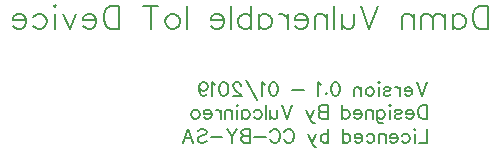
<source format=gbo>
G04 ---------------------------- Layer name :BOTTOM SILK LAYER*
G04 EasyEDA v5.8.22, Sun, 20 Jan 2019 09:53:09 GMT*
G04 867d7e44f41141d591986c9d2056cd44*
G04 Gerber Generator version 0.2*
G04 Scale: 100 percent, Rotated: No, Reflected: No *
G04 Dimensions in millimeters *
G04 leading zeros omitted , absolute positions ,3 integer and 3 decimal *
%FSLAX33Y33*%
%MOMM*%
G90*
G71D02*

%ADD23C,0.203200*%

%LPD*%
G54D23*
G01X36548Y42669D02*
G01X36111Y41524D01*
G01X35675Y42669D02*
G01X36111Y41524D01*
G01X35315Y41960D02*
G01X34660Y41960D01*
G01X34660Y42069D01*
G01X34715Y42178D01*
G01X34770Y42233D01*
G01X34879Y42287D01*
G01X35042Y42287D01*
G01X35151Y42233D01*
G01X35260Y42124D01*
G01X35315Y41960D01*
G01X35315Y41851D01*
G01X35260Y41687D01*
G01X35151Y41578D01*
G01X35042Y41524D01*
G01X34879Y41524D01*
G01X34770Y41578D01*
G01X34660Y41687D01*
G01X34300Y42287D02*
G01X34300Y41524D01*
G01X34300Y41960D02*
G01X34246Y42124D01*
G01X34137Y42233D01*
G01X34028Y42287D01*
G01X33864Y42287D01*
G01X32904Y42124D02*
G01X32959Y42233D01*
G01X33122Y42287D01*
G01X33286Y42287D01*
G01X33450Y42233D01*
G01X33504Y42124D01*
G01X33450Y42015D01*
G01X33341Y41960D01*
G01X33068Y41906D01*
G01X32959Y41851D01*
G01X32904Y41742D01*
G01X32904Y41687D01*
G01X32959Y41578D01*
G01X33122Y41524D01*
G01X33286Y41524D01*
G01X33450Y41578D01*
G01X33504Y41687D01*
G01X32544Y42669D02*
G01X32490Y42615D01*
G01X32435Y42669D01*
G01X32490Y42724D01*
G01X32544Y42669D01*
G01X32490Y42287D02*
G01X32490Y41524D01*
G01X31802Y42287D02*
G01X31911Y42233D01*
G01X32021Y42124D01*
G01X32075Y41960D01*
G01X32075Y41851D01*
G01X32021Y41687D01*
G01X31911Y41578D01*
G01X31802Y41524D01*
G01X31639Y41524D01*
G01X31530Y41578D01*
G01X31421Y41687D01*
G01X31366Y41851D01*
G01X31366Y41960D01*
G01X31421Y42124D01*
G01X31530Y42233D01*
G01X31639Y42287D01*
G01X31802Y42287D01*
G01X31006Y42287D02*
G01X31006Y41524D01*
G01X31006Y42069D02*
G01X30842Y42233D01*
G01X30733Y42287D01*
G01X30570Y42287D01*
G01X30461Y42233D01*
G01X30406Y42069D01*
G01X30406Y41524D01*
G01X28879Y42669D02*
G01X29042Y42615D01*
G01X29151Y42451D01*
G01X29206Y42178D01*
G01X29206Y42015D01*
G01X29151Y41742D01*
G01X29042Y41578D01*
G01X28879Y41524D01*
G01X28770Y41524D01*
G01X28606Y41578D01*
G01X28497Y41742D01*
G01X28442Y42015D01*
G01X28442Y42178D01*
G01X28497Y42451D01*
G01X28606Y42615D01*
G01X28770Y42669D01*
G01X28879Y42669D01*
G01X28028Y41796D02*
G01X28082Y41742D01*
G01X28028Y41687D01*
G01X27973Y41742D01*
G01X28028Y41796D01*
G01X27613Y42451D02*
G01X27504Y42506D01*
G01X27341Y42669D01*
G01X27341Y41524D01*
G01X26141Y42015D02*
G01X25159Y42015D01*
G01X23631Y42669D02*
G01X23795Y42615D01*
G01X23904Y42451D01*
G01X23959Y42178D01*
G01X23959Y42015D01*
G01X23904Y41742D01*
G01X23795Y41578D01*
G01X23631Y41524D01*
G01X23522Y41524D01*
G01X23359Y41578D01*
G01X23250Y41742D01*
G01X23195Y42015D01*
G01X23195Y42178D01*
G01X23250Y42451D01*
G01X23359Y42615D01*
G01X23522Y42669D01*
G01X23631Y42669D01*
G01X22835Y42451D02*
G01X22726Y42506D01*
G01X22562Y42669D01*
G01X22562Y41524D01*
G01X21221Y42887D02*
G01X22202Y41142D01*
G01X20806Y42396D02*
G01X20806Y42451D01*
G01X20751Y42560D01*
G01X20697Y42615D01*
G01X20588Y42669D01*
G01X20370Y42669D01*
G01X20261Y42615D01*
G01X20206Y42560D01*
G01X20151Y42451D01*
G01X20151Y42342D01*
G01X20206Y42233D01*
G01X20315Y42069D01*
G01X20861Y41524D01*
G01X20097Y41524D01*
G01X19410Y42669D02*
G01X19573Y42615D01*
G01X19682Y42451D01*
G01X19737Y42178D01*
G01X19737Y42015D01*
G01X19682Y41742D01*
G01X19573Y41578D01*
G01X19410Y41524D01*
G01X19301Y41524D01*
G01X19137Y41578D01*
G01X19028Y41742D01*
G01X18973Y42015D01*
G01X18973Y42178D01*
G01X19028Y42451D01*
G01X19137Y42615D01*
G01X19301Y42669D01*
G01X19410Y42669D01*
G01X18613Y42451D02*
G01X18504Y42506D01*
G01X18341Y42669D01*
G01X18341Y41524D01*
G01X17271Y42287D02*
G01X17326Y42124D01*
G01X17435Y42015D01*
G01X17599Y41960D01*
G01X17653Y41960D01*
G01X17817Y42015D01*
G01X17926Y42124D01*
G01X17981Y42287D01*
G01X17981Y42342D01*
G01X17926Y42506D01*
G01X17817Y42615D01*
G01X17653Y42669D01*
G01X17599Y42669D01*
G01X17435Y42615D01*
G01X17326Y42506D01*
G01X17271Y42287D01*
G01X17271Y42015D01*
G01X17326Y41742D01*
G01X17435Y41578D01*
G01X17599Y41524D01*
G01X17708Y41524D01*
G01X17871Y41578D01*
G01X17926Y41687D01*
G01X41739Y49145D02*
G01X41739Y47205D01*
G01X41739Y49145D02*
G01X41092Y49145D01*
G01X40815Y49053D01*
G01X40630Y48868D01*
G01X40538Y48683D01*
G01X40446Y48406D01*
G01X40446Y47944D01*
G01X40538Y47667D01*
G01X40630Y47482D01*
G01X40815Y47298D01*
G01X41092Y47205D01*
G01X41739Y47205D01*
G01X38728Y48498D02*
G01X38728Y47205D01*
G01X38728Y48221D02*
G01X38912Y48406D01*
G01X39097Y48498D01*
G01X39374Y48498D01*
G01X39559Y48406D01*
G01X39744Y48221D01*
G01X39836Y47944D01*
G01X39836Y47760D01*
G01X39744Y47482D01*
G01X39559Y47298D01*
G01X39374Y47205D01*
G01X39097Y47205D01*
G01X38912Y47298D01*
G01X38728Y47482D01*
G01X38118Y48498D02*
G01X38118Y47205D01*
G01X38118Y48129D02*
G01X37841Y48406D01*
G01X37656Y48498D01*
G01X37379Y48498D01*
G01X37194Y48406D01*
G01X37102Y48129D01*
G01X37102Y47205D01*
G01X37102Y48129D02*
G01X36825Y48406D01*
G01X36640Y48498D01*
G01X36363Y48498D01*
G01X36178Y48406D01*
G01X36086Y48129D01*
G01X36086Y47205D01*
G01X35476Y48498D02*
G01X35476Y47205D01*
G01X35476Y48129D02*
G01X35199Y48406D01*
G01X35015Y48498D01*
G01X34737Y48498D01*
G01X34553Y48406D01*
G01X34460Y48129D01*
G01X34460Y47205D01*
G01X32428Y49145D02*
G01X31689Y47205D01*
G01X30951Y49145D02*
G01X31689Y47205D01*
G01X30341Y48498D02*
G01X30341Y47575D01*
G01X30249Y47298D01*
G01X30064Y47205D01*
G01X29787Y47205D01*
G01X29602Y47298D01*
G01X29325Y47575D01*
G01X29325Y48498D02*
G01X29325Y47205D01*
G01X28715Y49145D02*
G01X28715Y47205D01*
G01X28106Y48498D02*
G01X28106Y47205D01*
G01X28106Y48129D02*
G01X27829Y48406D01*
G01X27644Y48498D01*
G01X27367Y48498D01*
G01X27182Y48406D01*
G01X27090Y48129D01*
G01X27090Y47205D01*
G01X26480Y47944D02*
G01X25372Y47944D01*
G01X25372Y48129D01*
G01X25464Y48314D01*
G01X25557Y48406D01*
G01X25741Y48498D01*
G01X26018Y48498D01*
G01X26203Y48406D01*
G01X26388Y48221D01*
G01X26480Y47944D01*
G01X26480Y47760D01*
G01X26388Y47482D01*
G01X26203Y47298D01*
G01X26018Y47205D01*
G01X25741Y47205D01*
G01X25557Y47298D01*
G01X25372Y47482D01*
G01X24762Y48498D02*
G01X24762Y47205D01*
G01X24762Y47944D02*
G01X24670Y48221D01*
G01X24485Y48406D01*
G01X24300Y48498D01*
G01X24023Y48498D01*
G01X22305Y48498D02*
G01X22305Y47205D01*
G01X22305Y48221D02*
G01X22490Y48406D01*
G01X22675Y48498D01*
G01X22952Y48498D01*
G01X23137Y48406D01*
G01X23321Y48221D01*
G01X23414Y47944D01*
G01X23414Y47760D01*
G01X23321Y47482D01*
G01X23137Y47298D01*
G01X22952Y47205D01*
G01X22675Y47205D01*
G01X22490Y47298D01*
G01X22305Y47482D01*
G01X21696Y49145D02*
G01X21696Y47205D01*
G01X21696Y48221D02*
G01X21511Y48406D01*
G01X21326Y48498D01*
G01X21049Y48498D01*
G01X20864Y48406D01*
G01X20680Y48221D01*
G01X20587Y47944D01*
G01X20587Y47760D01*
G01X20680Y47482D01*
G01X20864Y47298D01*
G01X21049Y47205D01*
G01X21326Y47205D01*
G01X21511Y47298D01*
G01X21696Y47482D01*
G01X19978Y49145D02*
G01X19978Y47205D01*
G01X19368Y47944D02*
G01X18260Y47944D01*
G01X18260Y48129D01*
G01X18352Y48314D01*
G01X18445Y48406D01*
G01X18629Y48498D01*
G01X18906Y48498D01*
G01X19091Y48406D01*
G01X19276Y48221D01*
G01X19368Y47944D01*
G01X19368Y47760D01*
G01X19276Y47482D01*
G01X19091Y47298D01*
G01X18906Y47205D01*
G01X18629Y47205D01*
G01X18445Y47298D01*
G01X18260Y47482D01*
G01X16228Y49145D02*
G01X16228Y47205D01*
G01X15156Y48498D02*
G01X15341Y48406D01*
G01X15526Y48221D01*
G01X15618Y47944D01*
G01X15618Y47760D01*
G01X15526Y47482D01*
G01X15341Y47298D01*
G01X15156Y47205D01*
G01X14879Y47205D01*
G01X14695Y47298D01*
G01X14510Y47482D01*
G01X14417Y47760D01*
G01X14417Y47944D01*
G01X14510Y48221D01*
G01X14695Y48406D01*
G01X14879Y48498D01*
G01X15156Y48498D01*
G01X13161Y49145D02*
G01X13161Y47205D01*
G01X13808Y49145D02*
G01X12515Y49145D01*
G01X10483Y49145D02*
G01X10483Y47205D01*
G01X10483Y49145D02*
G01X9836Y49145D01*
G01X9559Y49053D01*
G01X9374Y48868D01*
G01X9282Y48683D01*
G01X9190Y48406D01*
G01X9190Y47944D01*
G01X9282Y47667D01*
G01X9374Y47482D01*
G01X9559Y47298D01*
G01X9836Y47205D01*
G01X10483Y47205D01*
G01X8580Y47944D02*
G01X7472Y47944D01*
G01X7472Y48129D01*
G01X7564Y48314D01*
G01X7656Y48406D01*
G01X7841Y48498D01*
G01X8118Y48498D01*
G01X8303Y48406D01*
G01X8488Y48221D01*
G01X8580Y47944D01*
G01X8580Y47760D01*
G01X8488Y47482D01*
G01X8303Y47298D01*
G01X8118Y47205D01*
G01X7841Y47205D01*
G01X7656Y47298D01*
G01X7472Y47482D01*
G01X6862Y48498D02*
G01X6308Y47205D01*
G01X5754Y48498D02*
G01X6308Y47205D01*
G01X5144Y49145D02*
G01X5052Y49053D01*
G01X4959Y49145D01*
G01X5052Y49237D01*
G01X5144Y49145D01*
G01X5052Y48498D02*
G01X5052Y47205D01*
G01X3241Y48221D02*
G01X3426Y48406D01*
G01X3611Y48498D01*
G01X3888Y48498D01*
G01X4073Y48406D01*
G01X4257Y48221D01*
G01X4350Y47944D01*
G01X4350Y47760D01*
G01X4257Y47482D01*
G01X4073Y47298D01*
G01X3888Y47205D01*
G01X3611Y47205D01*
G01X3426Y47298D01*
G01X3241Y47482D01*
G01X2632Y47944D02*
G01X1524Y47944D01*
G01X1524Y48129D01*
G01X1616Y48314D01*
G01X1708Y48406D01*
G01X1893Y48498D01*
G01X2170Y48498D01*
G01X2355Y48406D01*
G01X2540Y48221D01*
G01X2632Y47944D01*
G01X2632Y47760D01*
G01X2540Y47482D01*
G01X2355Y47298D01*
G01X2170Y47205D01*
G01X1893Y47205D01*
G01X1708Y47298D01*
G01X1524Y47482D01*
G01X36576Y40748D02*
G01X36576Y39602D01*
G01X36576Y40748D02*
G01X36194Y40748D01*
G01X36030Y40693D01*
G01X35921Y40584D01*
G01X35866Y40475D01*
G01X35812Y40312D01*
G01X35812Y40039D01*
G01X35866Y39875D01*
G01X35921Y39766D01*
G01X36030Y39657D01*
G01X36194Y39602D01*
G01X36576Y39602D01*
G01X35452Y40039D02*
G01X34797Y40039D01*
G01X34797Y40148D01*
G01X34852Y40257D01*
G01X34906Y40312D01*
G01X35016Y40366D01*
G01X35179Y40366D01*
G01X35288Y40312D01*
G01X35397Y40202D01*
G01X35452Y40039D01*
G01X35452Y39930D01*
G01X35397Y39766D01*
G01X35288Y39657D01*
G01X35179Y39602D01*
G01X35016Y39602D01*
G01X34906Y39657D01*
G01X34797Y39766D01*
G01X33837Y40202D02*
G01X33892Y40312D01*
G01X34056Y40366D01*
G01X34219Y40366D01*
G01X34383Y40312D01*
G01X34437Y40202D01*
G01X34383Y40093D01*
G01X34274Y40039D01*
G01X34001Y39984D01*
G01X33892Y39930D01*
G01X33837Y39821D01*
G01X33837Y39766D01*
G01X33892Y39657D01*
G01X34056Y39602D01*
G01X34219Y39602D01*
G01X34383Y39657D01*
G01X34437Y39766D01*
G01X33477Y40748D02*
G01X33423Y40693D01*
G01X33368Y40748D01*
G01X33423Y40802D01*
G01X33477Y40748D01*
G01X33423Y40366D02*
G01X33423Y39602D01*
G01X32354Y40366D02*
G01X32354Y39493D01*
G01X32408Y39330D01*
G01X32463Y39275D01*
G01X32572Y39221D01*
G01X32736Y39221D01*
G01X32845Y39275D01*
G01X32354Y40202D02*
G01X32463Y40312D01*
G01X32572Y40366D01*
G01X32736Y40366D01*
G01X32845Y40312D01*
G01X32954Y40202D01*
G01X33008Y40039D01*
G01X33008Y39930D01*
G01X32954Y39766D01*
G01X32845Y39657D01*
G01X32736Y39602D01*
G01X32572Y39602D01*
G01X32463Y39657D01*
G01X32354Y39766D01*
G01X31994Y40366D02*
G01X31994Y39602D01*
G01X31994Y40148D02*
G01X31830Y40312D01*
G01X31721Y40366D01*
G01X31557Y40366D01*
G01X31448Y40312D01*
G01X31394Y40148D01*
G01X31394Y39602D01*
G01X31034Y40039D02*
G01X30379Y40039D01*
G01X30379Y40148D01*
G01X30434Y40257D01*
G01X30488Y40312D01*
G01X30597Y40366D01*
G01X30761Y40366D01*
G01X30870Y40312D01*
G01X30979Y40202D01*
G01X31034Y40039D01*
G01X31034Y39930D01*
G01X30979Y39766D01*
G01X30870Y39657D01*
G01X30761Y39602D01*
G01X30597Y39602D01*
G01X30488Y39657D01*
G01X30379Y39766D01*
G01X29365Y40748D02*
G01X29365Y39602D01*
G01X29365Y40202D02*
G01X29474Y40312D01*
G01X29583Y40366D01*
G01X29746Y40366D01*
G01X29856Y40312D01*
G01X29965Y40202D01*
G01X30019Y40039D01*
G01X30019Y39930D01*
G01X29965Y39766D01*
G01X29856Y39657D01*
G01X29746Y39602D01*
G01X29583Y39602D01*
G01X29474Y39657D01*
G01X29365Y39766D01*
G01X28165Y40748D02*
G01X28165Y39602D01*
G01X28165Y40748D02*
G01X27674Y40748D01*
G01X27510Y40693D01*
G01X27456Y40639D01*
G01X27401Y40530D01*
G01X27401Y40421D01*
G01X27456Y40312D01*
G01X27510Y40257D01*
G01X27674Y40202D01*
G01X28165Y40202D02*
G01X27674Y40202D01*
G01X27510Y40148D01*
G01X27456Y40093D01*
G01X27401Y39984D01*
G01X27401Y39821D01*
G01X27456Y39712D01*
G01X27510Y39657D01*
G01X27674Y39602D01*
G01X28165Y39602D01*
G01X26986Y40366D02*
G01X26659Y39602D01*
G01X26332Y40366D02*
G01X26659Y39602D01*
G01X26768Y39384D01*
G01X26877Y39275D01*
G01X26986Y39221D01*
G01X27041Y39221D01*
G01X25132Y40748D02*
G01X24696Y39602D01*
G01X24259Y40748D02*
G01X24696Y39602D01*
G01X23899Y40366D02*
G01X23899Y39821D01*
G01X23845Y39657D01*
G01X23736Y39602D01*
G01X23572Y39602D01*
G01X23463Y39657D01*
G01X23299Y39821D01*
G01X23299Y40366D02*
G01X23299Y39602D01*
G01X22939Y40748D02*
G01X22939Y39602D01*
G01X21925Y40202D02*
G01X22034Y40312D01*
G01X22143Y40366D01*
G01X22306Y40366D01*
G01X22416Y40312D01*
G01X22525Y40202D01*
G01X22579Y40039D01*
G01X22579Y39930D01*
G01X22525Y39766D01*
G01X22416Y39657D01*
G01X22306Y39602D01*
G01X22143Y39602D01*
G01X22034Y39657D01*
G01X21925Y39766D01*
G01X20910Y40366D02*
G01X20910Y39602D01*
G01X20910Y40202D02*
G01X21019Y40312D01*
G01X21128Y40366D01*
G01X21292Y40366D01*
G01X21401Y40312D01*
G01X21510Y40202D01*
G01X21565Y40039D01*
G01X21565Y39930D01*
G01X21510Y39766D01*
G01X21401Y39657D01*
G01X21292Y39602D01*
G01X21128Y39602D01*
G01X21019Y39657D01*
G01X20910Y39766D01*
G01X20550Y40748D02*
G01X20496Y40693D01*
G01X20441Y40748D01*
G01X20496Y40802D01*
G01X20550Y40748D01*
G01X20496Y40366D02*
G01X20496Y39602D01*
G01X20081Y40366D02*
G01X20081Y39602D01*
G01X20081Y40148D02*
G01X19917Y40312D01*
G01X19808Y40366D01*
G01X19645Y40366D01*
G01X19536Y40312D01*
G01X19481Y40148D01*
G01X19481Y39602D01*
G01X19121Y40366D02*
G01X19121Y39602D01*
G01X19121Y40039D02*
G01X19066Y40202D01*
G01X18957Y40312D01*
G01X18848Y40366D01*
G01X18685Y40366D01*
G01X18325Y40039D02*
G01X17670Y40039D01*
G01X17670Y40148D01*
G01X17725Y40257D01*
G01X17779Y40312D01*
G01X17888Y40366D01*
G01X18052Y40366D01*
G01X18161Y40312D01*
G01X18270Y40202D01*
G01X18325Y40039D01*
G01X18325Y39930D01*
G01X18270Y39766D01*
G01X18161Y39657D01*
G01X18052Y39602D01*
G01X17888Y39602D01*
G01X17779Y39657D01*
G01X17670Y39766D01*
G01X17037Y40366D02*
G01X17146Y40312D01*
G01X17256Y40202D01*
G01X17310Y40039D01*
G01X17310Y39930D01*
G01X17256Y39766D01*
G01X17146Y39657D01*
G01X17037Y39602D01*
G01X16874Y39602D01*
G01X16765Y39657D01*
G01X16656Y39766D01*
G01X16601Y39930D01*
G01X16601Y40039D01*
G01X16656Y40202D01*
G01X16765Y40312D01*
G01X16874Y40366D01*
G01X17037Y40366D01*
G01X36576Y38716D02*
G01X36576Y37570D01*
G01X36576Y37570D02*
G01X35921Y37570D01*
G01X35561Y38716D02*
G01X35506Y38661D01*
G01X35452Y38716D01*
G01X35506Y38770D01*
G01X35561Y38716D01*
G01X35506Y38334D02*
G01X35506Y37570D01*
G01X34437Y38170D02*
G01X34546Y38280D01*
G01X34656Y38334D01*
G01X34819Y38334D01*
G01X34928Y38280D01*
G01X35037Y38170D01*
G01X35092Y38007D01*
G01X35092Y37898D01*
G01X35037Y37734D01*
G01X34928Y37625D01*
G01X34819Y37570D01*
G01X34656Y37570D01*
G01X34546Y37625D01*
G01X34437Y37734D01*
G01X34077Y38007D02*
G01X33423Y38007D01*
G01X33423Y38116D01*
G01X33477Y38225D01*
G01X33532Y38280D01*
G01X33641Y38334D01*
G01X33805Y38334D01*
G01X33914Y38280D01*
G01X34023Y38170D01*
G01X34077Y38007D01*
G01X34077Y37898D01*
G01X34023Y37734D01*
G01X33914Y37625D01*
G01X33805Y37570D01*
G01X33641Y37570D01*
G01X33532Y37625D01*
G01X33423Y37734D01*
G01X33063Y38334D02*
G01X33063Y37570D01*
G01X33063Y38116D02*
G01X32899Y38280D01*
G01X32790Y38334D01*
G01X32626Y38334D01*
G01X32517Y38280D01*
G01X32463Y38116D01*
G01X32463Y37570D01*
G01X31448Y38170D02*
G01X31557Y38280D01*
G01X31666Y38334D01*
G01X31830Y38334D01*
G01X31939Y38280D01*
G01X32048Y38170D01*
G01X32103Y38007D01*
G01X32103Y37898D01*
G01X32048Y37734D01*
G01X31939Y37625D01*
G01X31830Y37570D01*
G01X31666Y37570D01*
G01X31557Y37625D01*
G01X31448Y37734D01*
G01X31088Y38007D02*
G01X30434Y38007D01*
G01X30434Y38116D01*
G01X30488Y38225D01*
G01X30543Y38280D01*
G01X30652Y38334D01*
G01X30816Y38334D01*
G01X30925Y38280D01*
G01X31034Y38170D01*
G01X31088Y38007D01*
G01X31088Y37898D01*
G01X31034Y37734D01*
G01X30925Y37625D01*
G01X30816Y37570D01*
G01X30652Y37570D01*
G01X30543Y37625D01*
G01X30434Y37734D01*
G01X29419Y38716D02*
G01X29419Y37570D01*
G01X29419Y38170D02*
G01X29528Y38280D01*
G01X29637Y38334D01*
G01X29801Y38334D01*
G01X29910Y38280D01*
G01X30019Y38170D01*
G01X30074Y38007D01*
G01X30074Y37898D01*
G01X30019Y37734D01*
G01X29910Y37625D01*
G01X29801Y37570D01*
G01X29637Y37570D01*
G01X29528Y37625D01*
G01X29419Y37734D01*
G01X28219Y38716D02*
G01X28219Y37570D01*
G01X28219Y38170D02*
G01X28110Y38280D01*
G01X28001Y38334D01*
G01X27837Y38334D01*
G01X27728Y38280D01*
G01X27619Y38170D01*
G01X27565Y38007D01*
G01X27565Y37898D01*
G01X27619Y37734D01*
G01X27728Y37625D01*
G01X27837Y37570D01*
G01X28001Y37570D01*
G01X28110Y37625D01*
G01X28219Y37734D01*
G01X27150Y38334D02*
G01X26823Y37570D01*
G01X26496Y38334D02*
G01X26823Y37570D01*
G01X26932Y37352D01*
G01X27041Y37243D01*
G01X27150Y37189D01*
G01X27205Y37189D01*
G01X24477Y38443D02*
G01X24532Y38552D01*
G01X24641Y38661D01*
G01X24750Y38716D01*
G01X24968Y38716D01*
G01X25077Y38661D01*
G01X25186Y38552D01*
G01X25241Y38443D01*
G01X25296Y38280D01*
G01X25296Y38007D01*
G01X25241Y37843D01*
G01X25186Y37734D01*
G01X25077Y37625D01*
G01X24968Y37570D01*
G01X24750Y37570D01*
G01X24641Y37625D01*
G01X24532Y37734D01*
G01X24477Y37843D01*
G01X23299Y38443D02*
G01X23354Y38552D01*
G01X23463Y38661D01*
G01X23572Y38716D01*
G01X23790Y38716D01*
G01X23899Y38661D01*
G01X24008Y38552D01*
G01X24063Y38443D01*
G01X24117Y38280D01*
G01X24117Y38007D01*
G01X24063Y37843D01*
G01X24008Y37734D01*
G01X23899Y37625D01*
G01X23790Y37570D01*
G01X23572Y37570D01*
G01X23463Y37625D01*
G01X23354Y37734D01*
G01X23299Y37843D01*
G01X22939Y38061D02*
G01X21957Y38061D01*
G01X21597Y38716D02*
G01X21597Y37570D01*
G01X21597Y38716D02*
G01X21106Y38716D01*
G01X20943Y38661D01*
G01X20888Y38607D01*
G01X20834Y38498D01*
G01X20834Y38389D01*
G01X20888Y38280D01*
G01X20943Y38225D01*
G01X21106Y38170D01*
G01X21597Y38170D02*
G01X21106Y38170D01*
G01X20943Y38116D01*
G01X20888Y38061D01*
G01X20834Y37952D01*
G01X20834Y37789D01*
G01X20888Y37680D01*
G01X20943Y37625D01*
G01X21106Y37570D01*
G01X21597Y37570D01*
G01X20474Y38716D02*
G01X20037Y38170D01*
G01X20037Y37570D01*
G01X19601Y38716D02*
G01X20037Y38170D01*
G01X19241Y38061D02*
G01X18259Y38061D01*
G01X17136Y38552D02*
G01X17245Y38661D01*
G01X17408Y38716D01*
G01X17626Y38716D01*
G01X17790Y38661D01*
G01X17899Y38552D01*
G01X17899Y38443D01*
G01X17845Y38334D01*
G01X17790Y38280D01*
G01X17681Y38225D01*
G01X17354Y38116D01*
G01X17245Y38061D01*
G01X17190Y38007D01*
G01X17136Y37898D01*
G01X17136Y37734D01*
G01X17245Y37625D01*
G01X17408Y37570D01*
G01X17626Y37570D01*
G01X17790Y37625D01*
G01X17899Y37734D01*
G01X16339Y38716D02*
G01X16776Y37570D01*
G01X16339Y38716D02*
G01X15903Y37570D01*
G01X16612Y37952D02*
G01X16066Y37952D01*
M00*
M02*

</source>
